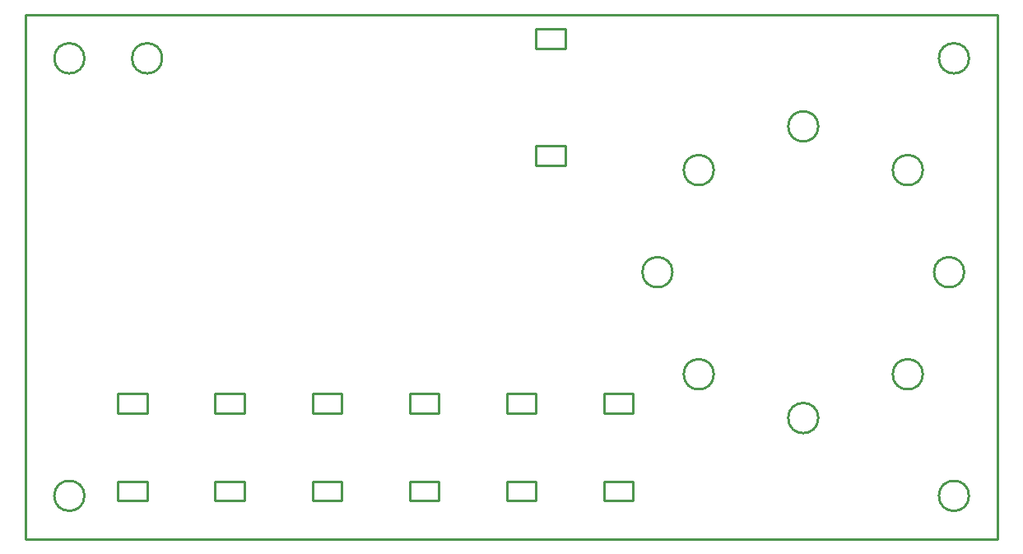
<source format=gm1>
G04*
G04 #@! TF.GenerationSoftware,Altium Limited,Altium Designer,18.0.9 (584)*
G04*
G04 Layer_Color=16711935*
%FSLAX43Y43*%
%MOMM*%
G71*
G01*
G75*
%ADD10C,0.254*%
D10*
X97048Y4500D02*
G03*
X97048Y4500I-1548J0D01*
G01*
X6050Y4500D02*
G03*
X6050Y4500I-1550J0D01*
G01*
X70800Y17000D02*
G03*
X70800Y17000I-1550J0D01*
G01*
X81550Y12500D02*
G03*
X81550Y12500I-1550J0D01*
G01*
X92300Y17000D02*
G03*
X92300Y17000I-1550J0D01*
G01*
X96550Y27500D02*
G03*
X96550Y27500I-1550J0D01*
G01*
X92300Y38000D02*
G03*
X92300Y38000I-1550J0D01*
G01*
X81550Y42500D02*
G03*
X81550Y42500I-1550J0D01*
G01*
X70800Y38000D02*
G03*
X70800Y38000I-1550J0D01*
G01*
X66550Y27500D02*
G03*
X66550Y27500I-1550J0D01*
G01*
X97050Y49500D02*
G03*
X97050Y49500I-1550J0D01*
G01*
X14050Y49500D02*
G03*
X14050Y49500I-1550J0D01*
G01*
X6050Y49500D02*
G03*
X6050Y49500I-1550J0D01*
G01*
X9500Y15000D02*
X12500D01*
Y13000D02*
Y15000D01*
X9500Y13000D02*
X12500D01*
X9500D02*
Y15000D01*
Y6000D02*
X12500D01*
Y4000D02*
Y6000D01*
X9500Y4000D02*
X12500D01*
X9500D02*
Y6000D01*
X19500D02*
X22500D01*
Y4000D02*
Y6000D01*
X19500Y4000D02*
X22500D01*
X19500D02*
Y6000D01*
X19500Y15000D02*
X22500D01*
Y13000D02*
Y15000D01*
X19500Y13000D02*
X22500D01*
X19500D02*
Y15000D01*
X29500D02*
X32500D01*
Y13000D02*
Y15000D01*
X29500Y13000D02*
X32500D01*
X29500D02*
Y15000D01*
Y6000D02*
X32500D01*
Y4000D02*
Y6000D01*
X29500Y4000D02*
X32500D01*
X29500D02*
Y6000D01*
X39500Y15000D02*
X42500D01*
Y13000D02*
Y15000D01*
X39500Y13000D02*
X42500D01*
X39500D02*
Y15000D01*
Y6000D02*
X42500D01*
Y4000D02*
Y6000D01*
X39500Y4000D02*
X42500D01*
X39500D02*
Y6000D01*
X49500D02*
X52500D01*
Y4000D02*
Y6000D01*
X49500Y4000D02*
X52500D01*
X49500D02*
Y6000D01*
X59500Y6000D02*
X62500D01*
Y4000D02*
Y6000D01*
X59500Y4000D02*
X62500D01*
X59500D02*
Y6000D01*
Y13000D02*
Y15000D01*
Y13000D02*
X62500D01*
Y15000D01*
X59500D02*
X62500D01*
X49500D02*
X52500D01*
Y13000D02*
Y15000D01*
X49500Y13000D02*
X52500D01*
X49500D02*
Y15000D01*
X52500Y38500D02*
Y40500D01*
Y38500D02*
X55500D01*
Y40500D01*
X52500D02*
X55500D01*
X52500Y50500D02*
Y52500D01*
X55500Y50500D02*
Y52500D01*
X52500Y50500D02*
X55500D01*
X52500Y52500D02*
X55500D01*
X0Y54000D02*
X100000D01*
X-0D02*
X0Y0D01*
X100000D01*
X100000Y54000D02*
X100000Y0D01*
M02*

</source>
